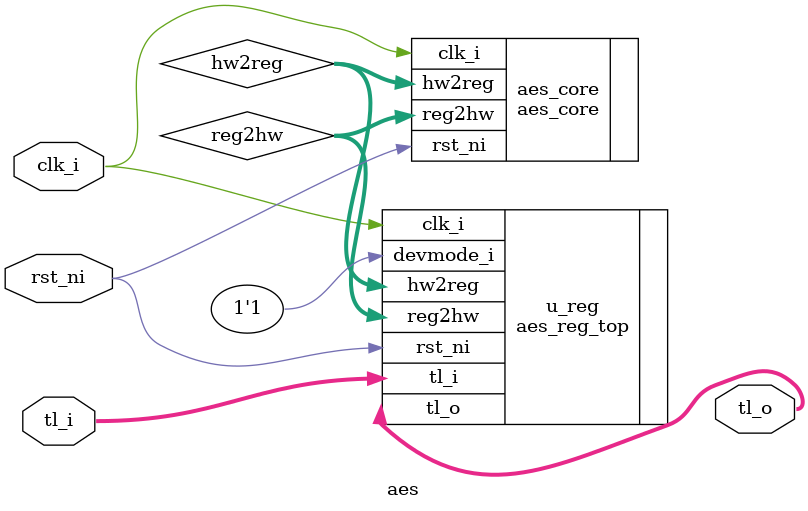
<source format=v>
module aes (
	clk_i,
	rst_ni,
	tl_i,
	tl_o
);
	localparam top_pkg_TL_AW = 32;
	localparam top_pkg_TL_DW = 32;
	localparam top_pkg_TL_AIW = 8;
	localparam top_pkg_TL_DIW = 1;
	localparam top_pkg_TL_DUW = 16;
	localparam top_pkg_TL_DBW = (top_pkg_TL_DW >> 3);
	localparam top_pkg_TL_SZW = $clog2(($clog2((32 >> 3)) + 1));
	parameter AES192Enable = 1;
	input clk_i;
	input rst_ni;
	input wire [(((((((7 + (((top_pkg_TL_SZW - 1) >= 0) ? top_pkg_TL_SZW : (2 - top_pkg_TL_SZW))) + top_pkg_TL_AIW) + top_pkg_TL_AW) + (((top_pkg_TL_DBW - 1) >= 0) ? top_pkg_TL_DBW : (2 - top_pkg_TL_DBW))) + top_pkg_TL_DW) + 17) - 1):0] tl_i;
	output wire [(((((((7 + (((top_pkg_TL_SZW - 1) >= 0) ? top_pkg_TL_SZW : (2 - top_pkg_TL_SZW))) + top_pkg_TL_AIW) + top_pkg_TL_DIW) + top_pkg_TL_DW) + top_pkg_TL_DUW) + 2) - 1):0] tl_o;
	localparam signed [31:0] NumRegsKey = 8;
	localparam signed [31:0] NumRegsData = 4;
	parameter AES_KEY0_OFFSET = 7'h 0;
	parameter AES_KEY1_OFFSET = 7'h 4;
	parameter AES_KEY2_OFFSET = 7'h 8;
	parameter AES_KEY3_OFFSET = 7'h c;
	parameter AES_KEY4_OFFSET = 7'h 10;
	parameter AES_KEY5_OFFSET = 7'h 14;
	parameter AES_KEY6_OFFSET = 7'h 18;
	parameter AES_KEY7_OFFSET = 7'h 1c;
	parameter AES_DATA_IN0_OFFSET = 7'h 20;
	parameter AES_DATA_IN1_OFFSET = 7'h 24;
	parameter AES_DATA_IN2_OFFSET = 7'h 28;
	parameter AES_DATA_IN3_OFFSET = 7'h 2c;
	parameter AES_DATA_OUT0_OFFSET = 7'h 30;
	parameter AES_DATA_OUT1_OFFSET = 7'h 34;
	parameter AES_DATA_OUT2_OFFSET = 7'h 38;
	parameter AES_DATA_OUT3_OFFSET = 7'h 3c;
	parameter AES_CTRL_OFFSET = 7'h 40;
	parameter AES_TRIGGER_OFFSET = 7'h 44;
	parameter AES_STATUS_OFFSET = 7'h 48;
	localparam [75:0] AES_PERMIT = {4'b 1111, 4'b 1111, 4'b 1111, 4'b 1111, 4'b 1111, 4'b 1111, 4'b 1111, 4'b 1111, 4'b 1111, 4'b 1111, 4'b 1111, 4'b 1111, 4'b 1111, 4'b 1111, 4'b 1111, 4'b 1111, 4'b 0001, 4'b 0001, 4'b 0001};
	localparam AES_KEY0 = 0;
	localparam AES_KEY1 = 1;
	localparam AES_DATA_IN2 = 10;
	localparam AES_DATA_IN3 = 11;
	localparam AES_DATA_OUT0 = 12;
	localparam AES_DATA_OUT1 = 13;
	localparam AES_DATA_OUT2 = 14;
	localparam AES_DATA_OUT3 = 15;
	localparam AES_CTRL = 16;
	localparam AES_TRIGGER = 17;
	localparam AES_STATUS = 18;
	localparam AES_KEY2 = 2;
	localparam AES_KEY3 = 3;
	localparam AES_KEY4 = 4;
	localparam AES_KEY5 = 5;
	localparam AES_KEY6 = 6;
	localparam AES_KEY7 = 7;
	localparam AES_DATA_IN0 = 8;
	localparam AES_DATA_IN1 = 9;
	wire [540:0] reg2hw;
	wire [145:0] hw2reg;
	aes_reg_top u_reg(
		.clk_i(clk_i),
		.rst_ni(rst_ni),
		.tl_i(tl_i),
		.tl_o(tl_o),
		.reg2hw(reg2hw),
		.hw2reg(hw2reg),
		.devmode_i(1'b1)
	);
	aes_core #(.AES192Enable(AES192Enable)) aes_core(
		.clk_i(clk_i),
		.rst_ni(rst_ni),
		.reg2hw(reg2hw),
		.hw2reg(hw2reg)
	);
endmodule

</source>
